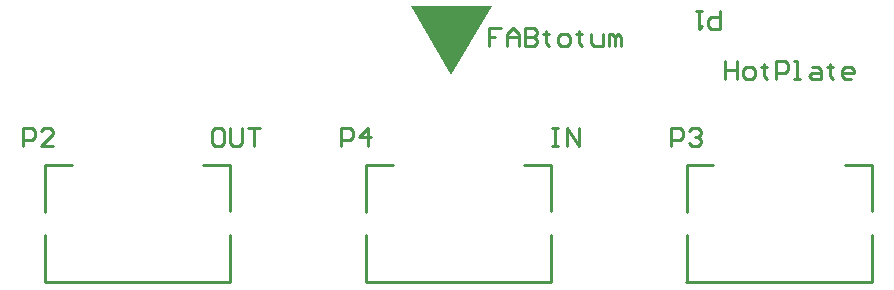
<source format=gto>
%FSLAX25Y25*%
%MOIN*%
G70*
G01*
G75*
G04 Layer_Color=65535*
%ADD10R,0.05512X0.23622*%
%ADD11R,0.05000X0.11496*%
%ADD12R,0.11496X0.05000*%
%ADD13C,0.02000*%
%ADD14C,0.02500*%
%ADD15C,0.01000*%
%ADD16C,0.01000*%
G36*
X135250Y69500D02*
X121750Y92300D01*
X148850D01*
X135250Y69500D01*
D02*
G37*
D16*
X61557Y23929D02*
Y39559D01*
Y602D02*
Y16232D01*
X-156Y563D02*
Y16193D01*
X52502Y39559D02*
X61458D01*
X-156Y39520D02*
X8801D01*
X-156Y23890D02*
Y39520D01*
X-254Y583D02*
X61557D01*
X213546D02*
X275357D01*
X213644Y23890D02*
Y39520D01*
X222601D01*
X266302Y39559D02*
X275258D01*
X213644Y563D02*
Y16193D01*
X275357Y602D02*
Y16232D01*
Y23929D02*
Y39559D01*
X168457Y23929D02*
Y39559D01*
Y602D02*
Y16232D01*
X106744Y563D02*
Y16193D01*
X159402Y39559D02*
X168358D01*
X106744Y39520D02*
X115701D01*
X106744Y23890D02*
Y39520D01*
X106646Y583D02*
X168457D01*
X98551Y45600D02*
Y51598D01*
X101550D01*
X102550Y50598D01*
Y48599D01*
X101550Y47599D01*
X98551D01*
X107548Y45600D02*
Y51598D01*
X104549Y48599D01*
X108548D01*
X208451Y45600D02*
Y51598D01*
X211450D01*
X212450Y50598D01*
Y48599D01*
X211450Y47599D01*
X208451D01*
X214449Y50598D02*
X215449Y51598D01*
X217448D01*
X218448Y50598D01*
Y49599D01*
X217448Y48599D01*
X216449D01*
X217448D01*
X218448Y47599D01*
Y46600D01*
X217448Y45600D01*
X215449D01*
X214449Y46600D01*
X-7599Y45600D02*
Y51598D01*
X-4600D01*
X-3600Y50598D01*
Y48599D01*
X-4600Y47599D01*
X-7599D01*
X2398Y45600D02*
X-1601D01*
X2398Y49599D01*
Y50598D01*
X1398Y51598D01*
X-601D01*
X-1601Y50598D01*
X224656Y90811D02*
Y84813D01*
X221656D01*
X220657Y85813D01*
Y87812D01*
X221656Y88812D01*
X224656D01*
X218657Y90811D02*
X216658D01*
X217658D01*
Y84813D01*
X218657Y85813D01*
X151699Y84998D02*
X147700D01*
Y81999D01*
X149699D01*
X147700D01*
Y79000D01*
X153698D02*
Y82999D01*
X155697Y84998D01*
X157697Y82999D01*
Y79000D01*
Y81999D01*
X153698D01*
X159696Y84998D02*
Y79000D01*
X162695D01*
X163695Y80000D01*
Y80999D01*
X162695Y81999D01*
X159696D01*
X162695D01*
X163695Y82999D01*
Y83998D01*
X162695Y84998D01*
X159696D01*
X166694Y83998D02*
Y82999D01*
X165694D01*
X167693D01*
X166694D01*
Y80000D01*
X167693Y79000D01*
X171692D02*
X173692D01*
X174691Y80000D01*
Y81999D01*
X173692Y82999D01*
X171692D01*
X170693Y81999D01*
Y80000D01*
X171692Y79000D01*
X177690Y83998D02*
Y82999D01*
X176691D01*
X178690D01*
X177690D01*
Y80000D01*
X178690Y79000D01*
X181689Y82999D02*
Y80000D01*
X182689Y79000D01*
X185688D01*
Y82999D01*
X187687Y79000D02*
Y82999D01*
X188687D01*
X189686Y81999D01*
Y79000D01*
Y81999D01*
X190686Y82999D01*
X191686Y81999D01*
Y79000D01*
X168900Y51598D02*
X170899D01*
X169900D01*
Y45600D01*
X168900D01*
X170899D01*
X173898D02*
Y51598D01*
X177897Y45600D01*
Y51598D01*
X58599D02*
X56600D01*
X55600Y50598D01*
Y46600D01*
X56600Y45600D01*
X58599D01*
X59599Y46600D01*
Y50598D01*
X58599Y51598D01*
X61598D02*
Y46600D01*
X62598Y45600D01*
X64597D01*
X65597Y46600D01*
Y51598D01*
X67596D02*
X71595D01*
X69595D01*
Y45600D01*
X226525Y73998D02*
Y68000D01*
Y70999D01*
X230524D01*
Y73998D01*
Y68000D01*
X233523D02*
X235522D01*
X236522Y69000D01*
Y70999D01*
X235522Y71999D01*
X233523D01*
X232523Y70999D01*
Y69000D01*
X233523Y68000D01*
X239521Y72998D02*
Y71999D01*
X238521D01*
X240521D01*
X239521D01*
Y69000D01*
X240521Y68000D01*
X243520D02*
Y73998D01*
X246519D01*
X247518Y72998D01*
Y70999D01*
X246519Y69999D01*
X243520D01*
X249518Y68000D02*
X251517D01*
X250517D01*
Y73998D01*
X249518D01*
X255516Y71999D02*
X257515D01*
X258515Y70999D01*
Y68000D01*
X255516D01*
X254516Y69000D01*
X255516Y69999D01*
X258515D01*
X261514Y72998D02*
Y71999D01*
X260514D01*
X262513D01*
X261514D01*
Y69000D01*
X262513Y68000D01*
X268512D02*
X266512D01*
X265513Y69000D01*
Y70999D01*
X266512Y71999D01*
X268512D01*
X269511Y70999D01*
Y69999D01*
X265513D01*
M02*

</source>
